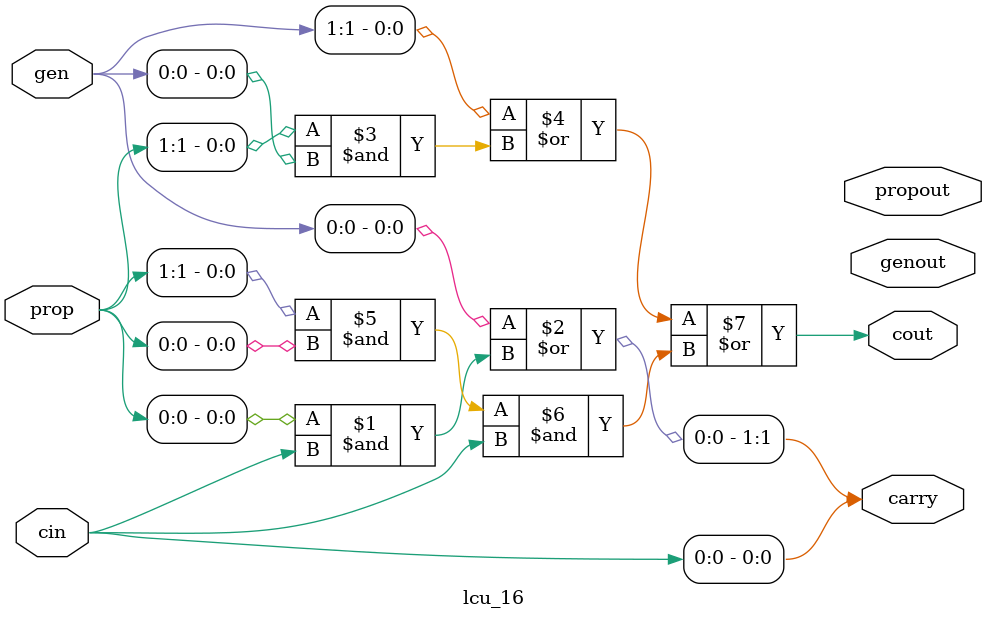
<source format=v>
`timescale 1ns / 1ps

/*
/////////////////////////////////////////////
//// COA LAB Assignment 3                ////
//// Group Number 23                     ////
//// Ashwani Kumar Kamal (20CS10011)     ////
//// Astitva (20CS30007)                 ////
/////////////////////////////////////////////
*/

// cout look adder
// inputs: prop, gen, cin (prop is input propagate bit, gen is input generate bit, cin is input cout)
// outputs: carry, propout, genout, cout (cout is output cout)

module lcu_16(input[1:0] prop,input[1:0] gen,input cin, output [1:0] carry, output propout, output genout,output cout);

    // Behavioural design pattern

	// compute carry bits using boolean algebra
	assign carry[0] = cin;
    assign carry[1] = gen[0] | (prop[0] & cin);

	assign cout = gen[1] | (prop[1] & gen[0]) | (prop[1] & prop[0] & cin);
	
endmodule
</source>
